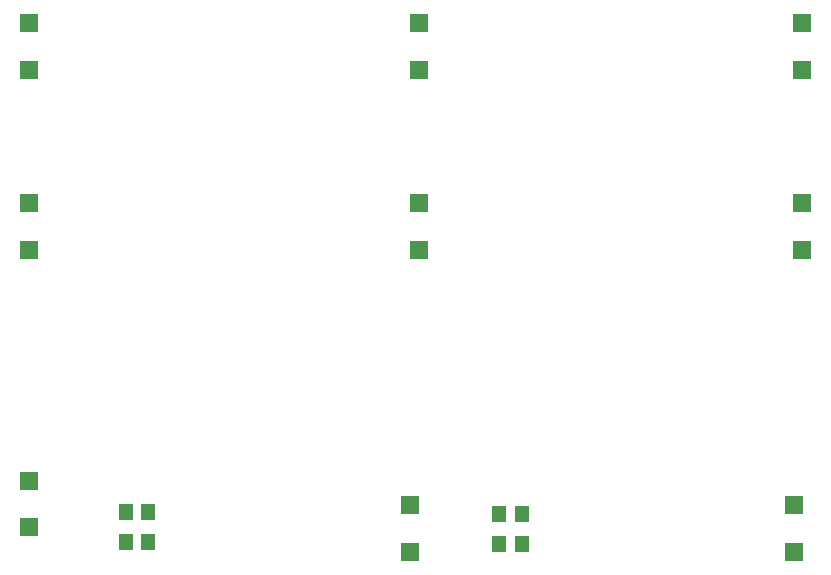
<source format=gbr>
%FSLAX34Y34*%
%MOMM*%
%LNSMDMASK_BOTTOM*%
G71*
G01*
%ADD10R, 1.600X1.600*%
%ADD11R, 1.300X1.400*%
%LPD*%
X78449Y-139724D02*
G54D10*
D03*
X78449Y-100024D02*
G54D10*
D03*
X408649Y-139724D02*
G54D10*
D03*
X408649Y-100024D02*
G54D10*
D03*
X732499Y-139724D02*
G54D10*
D03*
X732499Y-100024D02*
G54D10*
D03*
X78449Y-292124D02*
G54D10*
D03*
X78449Y-252424D02*
G54D10*
D03*
X408649Y-292124D02*
G54D10*
D03*
X408649Y-252424D02*
G54D10*
D03*
X732499Y-292124D02*
G54D10*
D03*
X732499Y-252424D02*
G54D10*
D03*
X400712Y-547712D02*
G54D10*
D03*
X400712Y-508012D02*
G54D10*
D03*
X78449Y-527074D02*
G54D10*
D03*
X78449Y-487374D02*
G54D10*
D03*
X726149Y-547712D02*
G54D10*
D03*
X726150Y-508012D02*
G54D10*
D03*
X160338Y-514350D02*
G54D11*
D03*
X179338Y-514350D02*
G54D11*
D03*
X160338Y-539750D02*
G54D11*
D03*
X179338Y-539750D02*
G54D11*
D03*
X476250Y-515938D02*
G54D11*
D03*
X495250Y-515938D02*
G54D11*
D03*
X476250Y-541338D02*
G54D11*
D03*
X495250Y-541338D02*
G54D11*
D03*
M02*

</source>
